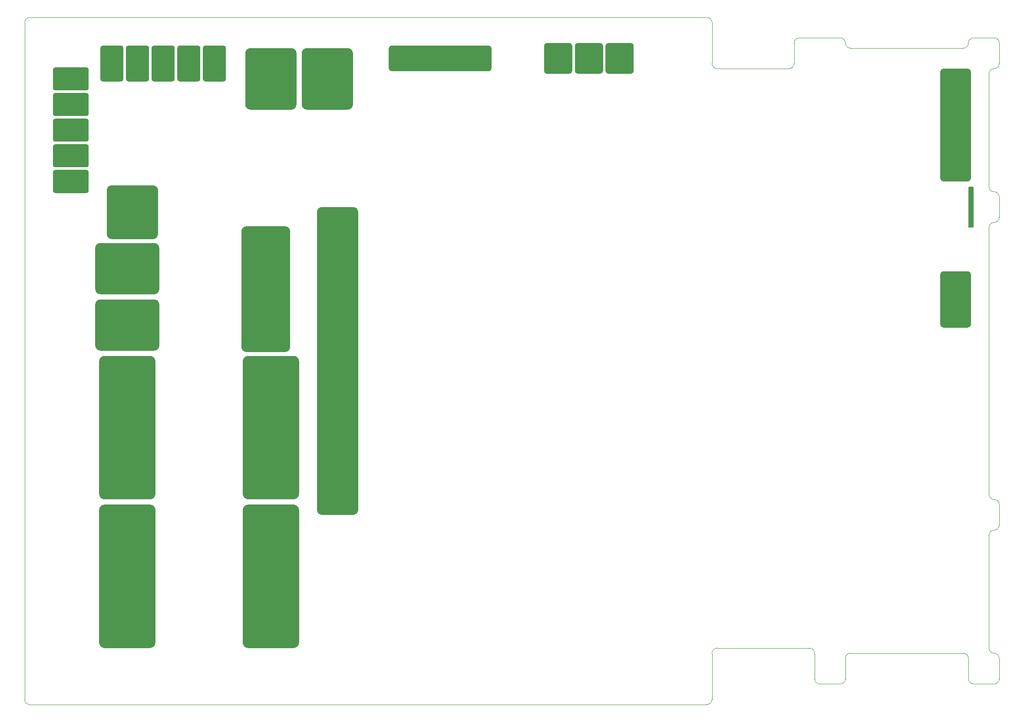
<source format=gbr>
G04 #@! TF.GenerationSoftware,KiCad,Pcbnew,6.0.10+dfsg-1~bpo11+1*
G04 #@! TF.ProjectId,storage,73746f72-6167-4652-9e6b-696361645f70,5.0*
G04 #@! TF.SameCoordinates,Original*
G04 #@! TF.FileFunction,Paste,Top*
G04 #@! TF.FilePolarity,Positive*
%FSLAX46Y46*%
G04 Gerber Fmt 4.6, Leading zero omitted, Abs format (unit mm)*
%MOMM*%
%LPD*%
G01*
G04 APERTURE LIST*
G04 #@! TA.AperFunction,Profile*
%ADD10C,0.120000*%
G04 #@! TD*
G04 APERTURE END LIST*
D10*
X51000000Y-26000000D02*
X183000000Y-26000000D01*
X240000000Y-151000000D02*
X240000000Y-155000000D01*
X210000000Y-151000000D02*
X210000000Y-155000000D01*
X183000000Y-160000000D02*
X51000000Y-160000000D01*
X184000000Y-150000000D02*
X184000000Y-159000000D01*
X203000000Y-149000000D02*
X185000000Y-149000000D01*
X200000000Y-35000000D02*
X200000000Y-31000000D01*
X185000000Y-36000000D02*
X199000000Y-36000000D01*
X211000000Y-32000000D02*
X233000000Y-32000000D01*
X240000000Y-121000000D02*
X240000000Y-125000000D01*
X209000000Y-156000000D02*
X205000000Y-156000000D01*
X238000000Y-67000000D02*
X238000000Y-119000000D01*
X234000000Y-155000000D02*
X234000000Y-151000000D01*
X239000000Y-156000000D02*
X235000000Y-156000000D01*
X233000000Y-150000000D02*
X211000000Y-150000000D01*
X201000000Y-30000000D02*
X209000000Y-30000000D01*
X240000000Y-31000000D02*
X240000000Y-35000000D01*
X184000000Y-27000000D02*
X184000000Y-35000000D01*
X204000000Y-155000000D02*
X204000000Y-150000000D01*
X50000000Y-159000000D02*
X50000000Y-27000000D01*
X235000000Y-30000000D02*
X239000000Y-30000000D01*
X238000000Y-37000000D02*
X238000000Y-59000000D01*
X238000000Y-127000000D02*
X238000000Y-149000000D01*
X240000000Y-61000000D02*
X240000000Y-65000000D01*
X51000000Y-26000000D02*
G75*
G03*
X50000000Y-27000000I-1J-999999D01*
G01*
X50000000Y-159000000D02*
G75*
G03*
X51000000Y-160000000I999999J-1D01*
G01*
X238000000Y-119000000D02*
G75*
G03*
X239000000Y-120000000I1000000J0D01*
G01*
X199000000Y-36000000D02*
G75*
G03*
X200000000Y-35000000I0J1000000D01*
G01*
X234000000Y-155000000D02*
G75*
G03*
X235000000Y-156000000I1000000J0D01*
G01*
X211000000Y-150000000D02*
G75*
G03*
X210000000Y-151000000I0J-1000000D01*
G01*
X240000000Y-151000000D02*
G75*
G03*
X239000000Y-150000000I-1000000J0D01*
G01*
X239000000Y-126000000D02*
G75*
G03*
X240000000Y-125000000I0J1000000D01*
G01*
X239000000Y-36000000D02*
G75*
G03*
X240000000Y-35000000I0J1000000D01*
G01*
X184000000Y-27000000D02*
G75*
G03*
X183000000Y-26000000I-1000000J0D01*
G01*
X183000000Y-160000000D02*
G75*
G03*
X184000000Y-159000000I0J1000000D01*
G01*
X239000000Y-66000000D02*
G75*
G03*
X240000000Y-65000000I0J1000000D01*
G01*
X185000000Y-149000000D02*
G75*
G03*
X184000000Y-150000000I0J-1000000D01*
G01*
X238000000Y-59000000D02*
G75*
G03*
X239000000Y-60000000I1000000J0D01*
G01*
X239000000Y-126000000D02*
G75*
G03*
X238000000Y-127000000I0J-1000000D01*
G01*
X240000000Y-121000000D02*
G75*
G03*
X239000000Y-120000000I-1000000J0D01*
G01*
X239000000Y-36000000D02*
G75*
G03*
X238000000Y-37000000I0J-1000000D01*
G01*
X240000000Y-61000000D02*
G75*
G03*
X239000000Y-60000000I-1000000J0D01*
G01*
X234000000Y-151000000D02*
G75*
G03*
X233000000Y-150000000I-1000000J0D01*
G01*
X239000000Y-66000000D02*
G75*
G03*
X238000000Y-67000000I0J-1000000D01*
G01*
X210000000Y-31000000D02*
G75*
G03*
X209000000Y-30000000I-1000000J0D01*
G01*
X240000000Y-31000000D02*
G75*
G03*
X239000000Y-30000000I-1000000J0D01*
G01*
X204000000Y-155000000D02*
G75*
G03*
X205000000Y-156000000I1000000J0D01*
G01*
X210000000Y-31000000D02*
G75*
G03*
X211000000Y-32000000I1000000J0D01*
G01*
X233000000Y-32000000D02*
G75*
G03*
X234000000Y-31000000I0J1000000D01*
G01*
X239000000Y-156000000D02*
G75*
G03*
X240000000Y-155000000I0J1000000D01*
G01*
X209000000Y-156000000D02*
G75*
G03*
X210000000Y-155000000I0J1000000D01*
G01*
X201000000Y-30000000D02*
G75*
G03*
X200000000Y-31000000I0J-1000000D01*
G01*
X235000000Y-30000000D02*
G75*
G03*
X234000000Y-31000000I0J-1000000D01*
G01*
X238000000Y-149000000D02*
G75*
G03*
X239000000Y-150000000I1000000J0D01*
G01*
X204000000Y-150000000D02*
G75*
G03*
X203000000Y-149000000I-1000000J0D01*
G01*
X184000000Y-35000000D02*
G75*
G03*
X185000000Y-36000000I1000000J0D01*
G01*
G36*
G01*
X84750000Y-38050000D02*
X84750000Y-31950000D01*
G75*
G02*
X85200000Y-31500000I450000J0D01*
G01*
X88800000Y-31500000D01*
G75*
G02*
X89250000Y-31950000I0J-450000D01*
G01*
X89250000Y-38050000D01*
G75*
G02*
X88800000Y-38500000I-450000J0D01*
G01*
X85200000Y-38500000D01*
G75*
G02*
X84750000Y-38050000I0J450000D01*
G01*
G37*
G36*
G01*
X100800000Y-91250000D02*
X93200000Y-91250000D01*
G75*
G02*
X92250000Y-90300000I0J950000D01*
G01*
X92250000Y-67700000D01*
G75*
G02*
X93200000Y-66750000I950000J0D01*
G01*
X100800000Y-66750000D01*
G75*
G02*
X101750000Y-67700000I0J-950000D01*
G01*
X101750000Y-90300000D01*
G75*
G02*
X100800000Y-91250000I-950000J0D01*
G01*
G37*
G36*
G01*
X229100000Y-75500000D02*
X233900000Y-75500000D01*
G75*
G02*
X234500000Y-76100000I0J-600000D01*
G01*
X234500000Y-85900000D01*
G75*
G02*
X233900000Y-86500000I-600000J0D01*
G01*
X229100000Y-86500000D01*
G75*
G02*
X228500000Y-85900000I0J600000D01*
G01*
X228500000Y-76100000D01*
G75*
G02*
X229100000Y-75500000I600000J0D01*
G01*
G37*
G36*
G01*
X151250000Y-36450000D02*
X151250000Y-31550000D01*
G75*
G02*
X151800000Y-31000000I550000J0D01*
G01*
X156200000Y-31000000D01*
G75*
G02*
X156750000Y-31550000I0J-550000D01*
G01*
X156750000Y-36450000D01*
G75*
G02*
X156200000Y-37000000I-550000J0D01*
G01*
X151800000Y-37000000D01*
G75*
G02*
X151250000Y-36450000I0J550000D01*
G01*
G37*
G36*
G01*
X64750000Y-70000000D02*
X75250000Y-70000000D01*
G75*
G02*
X76250000Y-71000000I0J-1000000D01*
G01*
X76250000Y-79000000D01*
G75*
G02*
X75250000Y-80000000I-1000000J0D01*
G01*
X64750000Y-80000000D01*
G75*
G02*
X63750000Y-79000000I0J1000000D01*
G01*
X63750000Y-71000000D01*
G75*
G02*
X64750000Y-70000000I1000000J0D01*
G01*
G37*
G36*
G01*
X62050000Y-40250000D02*
X55950000Y-40250000D01*
G75*
G02*
X55500000Y-39800000I0J450000D01*
G01*
X55500000Y-36200000D01*
G75*
G02*
X55950000Y-35750000I450000J0D01*
G01*
X62050000Y-35750000D01*
G75*
G02*
X62500000Y-36200000I0J-450000D01*
G01*
X62500000Y-39800000D01*
G75*
G02*
X62050000Y-40250000I-450000J0D01*
G01*
G37*
G36*
G01*
X79750000Y-38050000D02*
X79750000Y-31950000D01*
G75*
G02*
X80200000Y-31500000I450000J0D01*
G01*
X83800000Y-31500000D01*
G75*
G02*
X84250000Y-31950000I0J-450000D01*
G01*
X84250000Y-38050000D01*
G75*
G02*
X83800000Y-38500000I-450000J0D01*
G01*
X80200000Y-38500000D01*
G75*
G02*
X79750000Y-38050000I0J450000D01*
G01*
G37*
G36*
G01*
X234100000Y-59000000D02*
X234900000Y-59000000D01*
G75*
G02*
X235000000Y-59100000I0J-100000D01*
G01*
X235000000Y-66900000D01*
G75*
G02*
X234900000Y-67000000I-100000J0D01*
G01*
X234100000Y-67000000D01*
G75*
G02*
X234000000Y-66900000I0J100000D01*
G01*
X234000000Y-59100000D01*
G75*
G02*
X234100000Y-59000000I100000J0D01*
G01*
G37*
G36*
G01*
X93000000Y-43000000D02*
X93000000Y-33000000D01*
G75*
G02*
X94000000Y-32000000I1000000J0D01*
G01*
X102000000Y-32000000D01*
G75*
G02*
X103000000Y-33000000I0J-1000000D01*
G01*
X103000000Y-43000000D01*
G75*
G02*
X102000000Y-44000000I-1000000J0D01*
G01*
X94000000Y-44000000D01*
G75*
G02*
X93000000Y-43000000I0J1000000D01*
G01*
G37*
G36*
G01*
X75250000Y-91000000D02*
X64750000Y-91000000D01*
G75*
G02*
X63750000Y-90000000I0J1000000D01*
G01*
X63750000Y-82000000D01*
G75*
G02*
X64750000Y-81000000I1000000J0D01*
G01*
X75250000Y-81000000D01*
G75*
G02*
X76250000Y-82000000I0J-1000000D01*
G01*
X76250000Y-90000000D01*
G75*
G02*
X75250000Y-91000000I-1000000J0D01*
G01*
G37*
G36*
G01*
X62050000Y-60250000D02*
X55950000Y-60250000D01*
G75*
G02*
X55500000Y-59800000I0J450000D01*
G01*
X55500000Y-56200000D01*
G75*
G02*
X55950000Y-55750000I450000J0D01*
G01*
X62050000Y-55750000D01*
G75*
G02*
X62500000Y-56200000I0J-450000D01*
G01*
X62500000Y-59800000D01*
G75*
G02*
X62050000Y-60250000I-450000J0D01*
G01*
G37*
G36*
G01*
X74750000Y-38050000D02*
X74750000Y-31950000D01*
G75*
G02*
X75200000Y-31500000I450000J0D01*
G01*
X78800000Y-31500000D01*
G75*
G02*
X79250000Y-31950000I0J-450000D01*
G01*
X79250000Y-38050000D01*
G75*
G02*
X78800000Y-38500000I-450000J0D01*
G01*
X75200000Y-38500000D01*
G75*
G02*
X74750000Y-38050000I0J450000D01*
G01*
G37*
G36*
G01*
X163250000Y-36450000D02*
X163250000Y-31550000D01*
G75*
G02*
X163800000Y-31000000I550000J0D01*
G01*
X168200000Y-31000000D01*
G75*
G02*
X168750000Y-31550000I0J-550000D01*
G01*
X168750000Y-36450000D01*
G75*
G02*
X168200000Y-37000000I-550000J0D01*
G01*
X163800000Y-37000000D01*
G75*
G02*
X163250000Y-36450000I0J550000D01*
G01*
G37*
G36*
G01*
X157250000Y-36450000D02*
X157250000Y-31550000D01*
G75*
G02*
X157800000Y-31000000I550000J0D01*
G01*
X162200000Y-31000000D01*
G75*
G02*
X162750000Y-31550000I0J-550000D01*
G01*
X162750000Y-36450000D01*
G75*
G02*
X162200000Y-37000000I-550000J0D01*
G01*
X157800000Y-37000000D01*
G75*
G02*
X157250000Y-36450000I0J550000D01*
G01*
G37*
G36*
G01*
X229100000Y-36000000D02*
X233900000Y-36000000D01*
G75*
G02*
X234500000Y-36600000I0J-600000D01*
G01*
X234500000Y-57400000D01*
G75*
G02*
X233900000Y-58000000I-600000J0D01*
G01*
X229100000Y-58000000D01*
G75*
G02*
X228500000Y-57400000I0J600000D01*
G01*
X228500000Y-36600000D01*
G75*
G02*
X229100000Y-36000000I600000J0D01*
G01*
G37*
G36*
G01*
X104000000Y-43000000D02*
X104000000Y-33000000D01*
G75*
G02*
X105000000Y-32000000I1000000J0D01*
G01*
X113000000Y-32000000D01*
G75*
G02*
X114000000Y-33000000I0J-1000000D01*
G01*
X114000000Y-43000000D01*
G75*
G02*
X113000000Y-44000000I-1000000J0D01*
G01*
X105000000Y-44000000D01*
G75*
G02*
X104000000Y-43000000I0J1000000D01*
G01*
G37*
G36*
G01*
X69750000Y-38050000D02*
X69750000Y-31950000D01*
G75*
G02*
X70200000Y-31500000I450000J0D01*
G01*
X73800000Y-31500000D01*
G75*
G02*
X74250000Y-31950000I0J-450000D01*
G01*
X74250000Y-38050000D01*
G75*
G02*
X73800000Y-38500000I-450000J0D01*
G01*
X70200000Y-38500000D01*
G75*
G02*
X69750000Y-38050000I0J450000D01*
G01*
G37*
G36*
G01*
X75000000Y-69250000D02*
X67000000Y-69250000D01*
G75*
G02*
X66000000Y-68250000I0J1000000D01*
G01*
X66000000Y-59750000D01*
G75*
G02*
X67000000Y-58750000I1000000J0D01*
G01*
X75000000Y-58750000D01*
G75*
G02*
X76000000Y-59750000I0J-1000000D01*
G01*
X76000000Y-68250000D01*
G75*
G02*
X75000000Y-69250000I-1000000J0D01*
G01*
G37*
G36*
G01*
X62050000Y-45250000D02*
X55950000Y-45250000D01*
G75*
G02*
X55500000Y-44800000I0J450000D01*
G01*
X55500000Y-41200000D01*
G75*
G02*
X55950000Y-40750000I450000J0D01*
G01*
X62050000Y-40750000D01*
G75*
G02*
X62500000Y-41200000I0J-450000D01*
G01*
X62500000Y-44800000D01*
G75*
G02*
X62050000Y-45250000I-450000J0D01*
G01*
G37*
G36*
G01*
X102400000Y-149000000D02*
X93600000Y-149000000D01*
G75*
G02*
X92500000Y-147900000I0J1100000D01*
G01*
X92500000Y-122100000D01*
G75*
G02*
X93600000Y-121000000I1100000J0D01*
G01*
X102400000Y-121000000D01*
G75*
G02*
X103500000Y-122100000I0J-1100000D01*
G01*
X103500000Y-147900000D01*
G75*
G02*
X102400000Y-149000000I-1100000J0D01*
G01*
G37*
G36*
G01*
X65600000Y-92000000D02*
X74400000Y-92000000D01*
G75*
G02*
X75500000Y-93100000I0J-1100000D01*
G01*
X75500000Y-118900000D01*
G75*
G02*
X74400000Y-120000000I-1100000J0D01*
G01*
X65600000Y-120000000D01*
G75*
G02*
X64500000Y-118900000I0J1100000D01*
G01*
X64500000Y-93100000D01*
G75*
G02*
X65600000Y-92000000I1100000J0D01*
G01*
G37*
G36*
G01*
X121000000Y-36000000D02*
X121000000Y-32000000D01*
G75*
G02*
X121500000Y-31500000I500000J0D01*
G01*
X140500000Y-31500000D01*
G75*
G02*
X141000000Y-32000000I0J-500000D01*
G01*
X141000000Y-36000000D01*
G75*
G02*
X140500000Y-36500000I-500000J0D01*
G01*
X121500000Y-36500000D01*
G75*
G02*
X121000000Y-36000000I0J500000D01*
G01*
G37*
G36*
G01*
X102400000Y-120000000D02*
X93600000Y-120000000D01*
G75*
G02*
X92500000Y-118900000I0J1100000D01*
G01*
X92500000Y-93100000D01*
G75*
G02*
X93600000Y-92000000I1100000J0D01*
G01*
X102400000Y-92000000D01*
G75*
G02*
X103500000Y-93100000I0J-1100000D01*
G01*
X103500000Y-118900000D01*
G75*
G02*
X102400000Y-120000000I-1100000J0D01*
G01*
G37*
G36*
G01*
X62050000Y-50250000D02*
X55950000Y-50250000D01*
G75*
G02*
X55500000Y-49800000I0J450000D01*
G01*
X55500000Y-46200000D01*
G75*
G02*
X55950000Y-45750000I450000J0D01*
G01*
X62050000Y-45750000D01*
G75*
G02*
X62500000Y-46200000I0J-450000D01*
G01*
X62500000Y-49800000D01*
G75*
G02*
X62050000Y-50250000I-450000J0D01*
G01*
G37*
G36*
G01*
X65600000Y-121000000D02*
X74400000Y-121000000D01*
G75*
G02*
X75500000Y-122100000I0J-1100000D01*
G01*
X75500000Y-147900000D01*
G75*
G02*
X74400000Y-149000000I-1100000J0D01*
G01*
X65600000Y-149000000D01*
G75*
G02*
X64500000Y-147900000I0J1100000D01*
G01*
X64500000Y-122100000D01*
G75*
G02*
X65600000Y-121000000I1100000J0D01*
G01*
G37*
G36*
G01*
X62050000Y-55250000D02*
X55950000Y-55250000D01*
G75*
G02*
X55500000Y-54800000I0J450000D01*
G01*
X55500000Y-51200000D01*
G75*
G02*
X55950000Y-50750000I450000J0D01*
G01*
X62050000Y-50750000D01*
G75*
G02*
X62500000Y-51200000I0J-450000D01*
G01*
X62500000Y-54800000D01*
G75*
G02*
X62050000Y-55250000I-450000J0D01*
G01*
G37*
G36*
G01*
X64750000Y-38050000D02*
X64750000Y-31950000D01*
G75*
G02*
X65200000Y-31500000I450000J0D01*
G01*
X68800000Y-31500000D01*
G75*
G02*
X69250000Y-31950000I0J-450000D01*
G01*
X69250000Y-38050000D01*
G75*
G02*
X68800000Y-38500000I-450000J0D01*
G01*
X65200000Y-38500000D01*
G75*
G02*
X64750000Y-38050000I0J450000D01*
G01*
G37*
G36*
G01*
X107800000Y-63000000D02*
X114200000Y-63000000D01*
G75*
G02*
X115000000Y-63800000I0J-800000D01*
G01*
X115000000Y-122200000D01*
G75*
G02*
X114200000Y-123000000I-800000J0D01*
G01*
X107800000Y-123000000D01*
G75*
G02*
X107000000Y-122200000I0J800000D01*
G01*
X107000000Y-63800000D01*
G75*
G02*
X107800000Y-63000000I800000J0D01*
G01*
G37*
M02*

</source>
